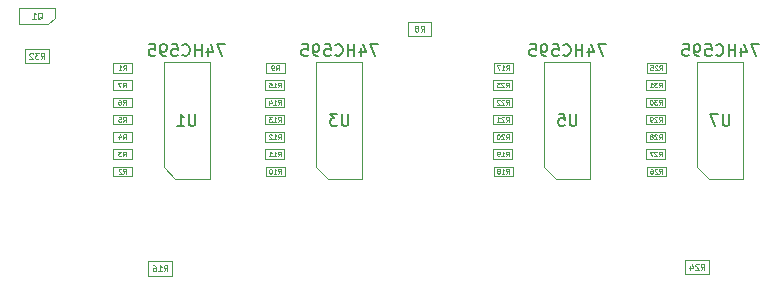
<source format=gbr>
G04 #@! TF.GenerationSoftware,KiCad,Pcbnew,(5.1.5)-2*
G04 #@! TF.CreationDate,2020-04-10T10:41:53+07:00*
G04 #@! TF.ProjectId,KIT_7SegLED_74HC595,4b49545f-3753-4656-974c-45445f373448,rev?*
G04 #@! TF.SameCoordinates,Original*
G04 #@! TF.FileFunction,Other,Fab,Bot*
%FSLAX46Y46*%
G04 Gerber Fmt 4.6, Leading zero omitted, Abs format (unit mm)*
G04 Created by KiCad (PCBNEW (5.1.5)-2) date 2020-04-10 10:41:53*
%MOMM*%
%LPD*%
G04 APERTURE LIST*
%ADD10C,0.100000*%
%ADD11C,0.060000*%
%ADD12C,0.150000*%
%ADD13C,0.080000*%
%ADD14C,0.075000*%
G04 APERTURE END LIST*
D10*
X144767400Y-38423900D02*
X144767400Y-39223900D01*
X144767400Y-39223900D02*
X146367400Y-39223900D01*
X146367400Y-39223900D02*
X146367400Y-38423900D01*
X146367400Y-38423900D02*
X144767400Y-38423900D01*
X146381400Y-37763400D02*
X146381400Y-36963400D01*
X146381400Y-36963400D02*
X144781400Y-36963400D01*
X144781400Y-36963400D02*
X144781400Y-37763400D01*
X144781400Y-37763400D02*
X146381400Y-37763400D01*
X146381400Y-45726400D02*
X144781400Y-45726400D01*
X146381400Y-46526400D02*
X146381400Y-45726400D01*
X144781400Y-46526400D02*
X146381400Y-46526400D01*
X144781400Y-45726400D02*
X144781400Y-46526400D01*
X144767400Y-44265900D02*
X144767400Y-45065900D01*
X144767400Y-45065900D02*
X146367400Y-45065900D01*
X146367400Y-45065900D02*
X146367400Y-44265900D01*
X146367400Y-44265900D02*
X144767400Y-44265900D01*
X146367400Y-42805400D02*
X144767400Y-42805400D01*
X146367400Y-43605400D02*
X146367400Y-42805400D01*
X144767400Y-43605400D02*
X146367400Y-43605400D01*
X144767400Y-42805400D02*
X144767400Y-43605400D01*
X144767400Y-41344900D02*
X144767400Y-42144900D01*
X144767400Y-42144900D02*
X146367400Y-42144900D01*
X146367400Y-42144900D02*
X146367400Y-41344900D01*
X146367400Y-41344900D02*
X144767400Y-41344900D01*
X146367400Y-39884400D02*
X144767400Y-39884400D01*
X146367400Y-40684400D02*
X146367400Y-39884400D01*
X144767400Y-40684400D02*
X146367400Y-40684400D01*
X144767400Y-39884400D02*
X144767400Y-40684400D01*
X149076900Y-45783400D02*
X150051900Y-46758400D01*
X149076900Y-36858400D02*
X149076900Y-45783400D01*
X152976900Y-36858400D02*
X149076900Y-36858400D01*
X152976900Y-46758400D02*
X152976900Y-36858400D01*
X150051900Y-46758400D02*
X152976900Y-46758400D01*
X157719101Y-37762799D02*
X159319101Y-37762799D01*
X157719101Y-36962799D02*
X157719101Y-37762799D01*
X159319101Y-36962799D02*
X157719101Y-36962799D01*
X159319101Y-37762799D02*
X159319101Y-36962799D01*
X157719101Y-45725799D02*
X157719101Y-46525799D01*
X157719101Y-46525799D02*
X159319101Y-46525799D01*
X159319101Y-46525799D02*
X159319101Y-45725799D01*
X159319101Y-45725799D02*
X157719101Y-45725799D01*
X159305101Y-44265299D02*
X157705101Y-44265299D01*
X159305101Y-45065299D02*
X159305101Y-44265299D01*
X157705101Y-45065299D02*
X159305101Y-45065299D01*
X157705101Y-44265299D02*
X157705101Y-45065299D01*
X157705101Y-42804799D02*
X157705101Y-43604799D01*
X157705101Y-43604799D02*
X159305101Y-43604799D01*
X159305101Y-43604799D02*
X159305101Y-42804799D01*
X159305101Y-42804799D02*
X157705101Y-42804799D01*
X159305101Y-41344299D02*
X157705101Y-41344299D01*
X159305101Y-42144299D02*
X159305101Y-41344299D01*
X157705101Y-42144299D02*
X159305101Y-42144299D01*
X157705101Y-41344299D02*
X157705101Y-42144299D01*
X157705101Y-39883799D02*
X157705101Y-40683799D01*
X157705101Y-40683799D02*
X159305101Y-40683799D01*
X159305101Y-40683799D02*
X159305101Y-39883799D01*
X159305101Y-39883799D02*
X157705101Y-39883799D01*
X159305101Y-38423299D02*
X157705101Y-38423299D01*
X159305101Y-39223299D02*
X159305101Y-38423299D01*
X157705101Y-39223299D02*
X159305101Y-39223299D01*
X157705101Y-38423299D02*
X157705101Y-39223299D01*
X162014601Y-45782799D02*
X162989601Y-46757799D01*
X162014601Y-36857799D02*
X162014601Y-45782799D01*
X165914601Y-36857799D02*
X162014601Y-36857799D01*
X165914601Y-46757799D02*
X165914601Y-36857799D01*
X162989601Y-46757799D02*
X165914601Y-46757799D01*
X177023101Y-37762799D02*
X178623101Y-37762799D01*
X177023101Y-36962799D02*
X177023101Y-37762799D01*
X178623101Y-36962799D02*
X177023101Y-36962799D01*
X178623101Y-37762799D02*
X178623101Y-36962799D01*
X177023101Y-45725799D02*
X177023101Y-46525799D01*
X177023101Y-46525799D02*
X178623101Y-46525799D01*
X178623101Y-46525799D02*
X178623101Y-45725799D01*
X178623101Y-45725799D02*
X177023101Y-45725799D01*
X178609101Y-44265299D02*
X177009101Y-44265299D01*
X178609101Y-45065299D02*
X178609101Y-44265299D01*
X177009101Y-45065299D02*
X178609101Y-45065299D01*
X177009101Y-44265299D02*
X177009101Y-45065299D01*
X177009101Y-42804799D02*
X177009101Y-43604799D01*
X177009101Y-43604799D02*
X178609101Y-43604799D01*
X178609101Y-43604799D02*
X178609101Y-42804799D01*
X178609101Y-42804799D02*
X177009101Y-42804799D01*
X178609101Y-41344299D02*
X177009101Y-41344299D01*
X178609101Y-42144299D02*
X178609101Y-41344299D01*
X177009101Y-42144299D02*
X178609101Y-42144299D01*
X177009101Y-41344299D02*
X177009101Y-42144299D01*
X177009101Y-39883799D02*
X177009101Y-40683799D01*
X177009101Y-40683799D02*
X178609101Y-40683799D01*
X178609101Y-40683799D02*
X178609101Y-39883799D01*
X178609101Y-39883799D02*
X177009101Y-39883799D01*
X178609101Y-38423299D02*
X177009101Y-38423299D01*
X178609101Y-39223299D02*
X178609101Y-38423299D01*
X177009101Y-39223299D02*
X178609101Y-39223299D01*
X177009101Y-38423299D02*
X177009101Y-39223299D01*
X191574001Y-37762799D02*
X191574001Y-36962799D01*
X191574001Y-36962799D02*
X189974001Y-36962799D01*
X189974001Y-36962799D02*
X189974001Y-37762799D01*
X189974001Y-37762799D02*
X191574001Y-37762799D01*
X191574001Y-45725799D02*
X189974001Y-45725799D01*
X191574001Y-46525799D02*
X191574001Y-45725799D01*
X189974001Y-46525799D02*
X191574001Y-46525799D01*
X189974001Y-45725799D02*
X189974001Y-46525799D01*
X189960001Y-44265299D02*
X189960001Y-45065299D01*
X189960001Y-45065299D02*
X191560001Y-45065299D01*
X191560001Y-45065299D02*
X191560001Y-44265299D01*
X191560001Y-44265299D02*
X189960001Y-44265299D01*
X191560001Y-42804799D02*
X189960001Y-42804799D01*
X191560001Y-43604799D02*
X191560001Y-42804799D01*
X189960001Y-43604799D02*
X191560001Y-43604799D01*
X189960001Y-42804799D02*
X189960001Y-43604799D01*
X189960001Y-41344299D02*
X189960001Y-42144299D01*
X189960001Y-42144299D02*
X191560001Y-42144299D01*
X191560001Y-42144299D02*
X191560001Y-41344299D01*
X191560001Y-41344299D02*
X189960001Y-41344299D01*
X191560001Y-39883799D02*
X189960001Y-39883799D01*
X191560001Y-40683799D02*
X191560001Y-39883799D01*
X189960001Y-40683799D02*
X191560001Y-40683799D01*
X189960001Y-39883799D02*
X189960001Y-40683799D01*
X189960001Y-38423299D02*
X189960001Y-39223299D01*
X189960001Y-39223299D02*
X191560001Y-39223299D01*
X191560001Y-39223299D02*
X191560001Y-38423299D01*
X191560001Y-38423299D02*
X189960001Y-38423299D01*
X181318601Y-45782799D02*
X182293601Y-46757799D01*
X181318601Y-36857799D02*
X181318601Y-45782799D01*
X185218601Y-36857799D02*
X181318601Y-36857799D01*
X185218601Y-46757799D02*
X185218601Y-36857799D01*
X182293601Y-46757799D02*
X185218601Y-46757799D01*
X195244501Y-46757799D02*
X198169501Y-46757799D01*
X198169501Y-46757799D02*
X198169501Y-36857799D01*
X198169501Y-36857799D02*
X194269501Y-36857799D01*
X194269501Y-36857799D02*
X194269501Y-45782799D01*
X194269501Y-45782799D02*
X195244501Y-46757799D01*
X171751500Y-33461400D02*
X169751500Y-33461400D01*
X171751500Y-34661400D02*
X171751500Y-33461400D01*
X169751500Y-34661400D02*
X171751500Y-34661400D01*
X169751500Y-33461400D02*
X169751500Y-34661400D01*
X139316500Y-33656500D02*
X136866500Y-33656500D01*
X139886500Y-33106500D02*
X139886500Y-32256500D01*
X139316500Y-33656500D02*
X139886500Y-33106500D01*
X139886500Y-32256500D02*
X136846500Y-32256500D01*
X136846500Y-33656500D02*
X136846500Y-32256500D01*
X149780500Y-54956000D02*
X149780500Y-53756000D01*
X149780500Y-53756000D02*
X147780500Y-53756000D01*
X147780500Y-53756000D02*
X147780500Y-54956000D01*
X147780500Y-54956000D02*
X149780500Y-54956000D01*
X195246500Y-53629000D02*
X193246500Y-53629000D01*
X195246500Y-54829000D02*
X195246500Y-53629000D01*
X193246500Y-54829000D02*
X195246500Y-54829000D01*
X193246500Y-53629000D02*
X193246500Y-54829000D01*
X139351500Y-36985500D02*
X139351500Y-35785500D01*
X139351500Y-35785500D02*
X137351500Y-35785500D01*
X137351500Y-35785500D02*
X137351500Y-36985500D01*
X137351500Y-36985500D02*
X139351500Y-36985500D01*
D11*
X145634066Y-39004852D02*
X145767400Y-38814376D01*
X145862638Y-39004852D02*
X145862638Y-38604852D01*
X145710257Y-38604852D01*
X145672161Y-38623900D01*
X145653114Y-38642947D01*
X145634066Y-38681042D01*
X145634066Y-38738185D01*
X145653114Y-38776280D01*
X145672161Y-38795328D01*
X145710257Y-38814376D01*
X145862638Y-38814376D01*
X145500733Y-38604852D02*
X145234066Y-38604852D01*
X145405495Y-39004852D01*
X145648066Y-37544352D02*
X145781400Y-37353876D01*
X145876638Y-37544352D02*
X145876638Y-37144352D01*
X145724257Y-37144352D01*
X145686161Y-37163400D01*
X145667114Y-37182447D01*
X145648066Y-37220542D01*
X145648066Y-37277685D01*
X145667114Y-37315780D01*
X145686161Y-37334828D01*
X145724257Y-37353876D01*
X145876638Y-37353876D01*
X145267114Y-37544352D02*
X145495685Y-37544352D01*
X145381400Y-37544352D02*
X145381400Y-37144352D01*
X145419495Y-37201495D01*
X145457590Y-37239590D01*
X145495685Y-37258638D01*
X145648066Y-46307352D02*
X145781400Y-46116876D01*
X145876638Y-46307352D02*
X145876638Y-45907352D01*
X145724257Y-45907352D01*
X145686161Y-45926400D01*
X145667114Y-45945447D01*
X145648066Y-45983542D01*
X145648066Y-46040685D01*
X145667114Y-46078780D01*
X145686161Y-46097828D01*
X145724257Y-46116876D01*
X145876638Y-46116876D01*
X145495685Y-45945447D02*
X145476638Y-45926400D01*
X145438542Y-45907352D01*
X145343304Y-45907352D01*
X145305209Y-45926400D01*
X145286161Y-45945447D01*
X145267114Y-45983542D01*
X145267114Y-46021638D01*
X145286161Y-46078780D01*
X145514733Y-46307352D01*
X145267114Y-46307352D01*
X145634066Y-44846852D02*
X145767400Y-44656376D01*
X145862638Y-44846852D02*
X145862638Y-44446852D01*
X145710257Y-44446852D01*
X145672161Y-44465900D01*
X145653114Y-44484947D01*
X145634066Y-44523042D01*
X145634066Y-44580185D01*
X145653114Y-44618280D01*
X145672161Y-44637328D01*
X145710257Y-44656376D01*
X145862638Y-44656376D01*
X145500733Y-44446852D02*
X145253114Y-44446852D01*
X145386447Y-44599233D01*
X145329304Y-44599233D01*
X145291209Y-44618280D01*
X145272161Y-44637328D01*
X145253114Y-44675423D01*
X145253114Y-44770661D01*
X145272161Y-44808757D01*
X145291209Y-44827804D01*
X145329304Y-44846852D01*
X145443590Y-44846852D01*
X145481685Y-44827804D01*
X145500733Y-44808757D01*
X145634066Y-43386352D02*
X145767400Y-43195876D01*
X145862638Y-43386352D02*
X145862638Y-42986352D01*
X145710257Y-42986352D01*
X145672161Y-43005400D01*
X145653114Y-43024447D01*
X145634066Y-43062542D01*
X145634066Y-43119685D01*
X145653114Y-43157780D01*
X145672161Y-43176828D01*
X145710257Y-43195876D01*
X145862638Y-43195876D01*
X145291209Y-43119685D02*
X145291209Y-43386352D01*
X145386447Y-42967304D02*
X145481685Y-43253019D01*
X145234066Y-43253019D01*
X145634066Y-41925852D02*
X145767400Y-41735376D01*
X145862638Y-41925852D02*
X145862638Y-41525852D01*
X145710257Y-41525852D01*
X145672161Y-41544900D01*
X145653114Y-41563947D01*
X145634066Y-41602042D01*
X145634066Y-41659185D01*
X145653114Y-41697280D01*
X145672161Y-41716328D01*
X145710257Y-41735376D01*
X145862638Y-41735376D01*
X145272161Y-41525852D02*
X145462638Y-41525852D01*
X145481685Y-41716328D01*
X145462638Y-41697280D01*
X145424542Y-41678233D01*
X145329304Y-41678233D01*
X145291209Y-41697280D01*
X145272161Y-41716328D01*
X145253114Y-41754423D01*
X145253114Y-41849661D01*
X145272161Y-41887757D01*
X145291209Y-41906804D01*
X145329304Y-41925852D01*
X145424542Y-41925852D01*
X145462638Y-41906804D01*
X145481685Y-41887757D01*
X145634066Y-40465352D02*
X145767400Y-40274876D01*
X145862638Y-40465352D02*
X145862638Y-40065352D01*
X145710257Y-40065352D01*
X145672161Y-40084400D01*
X145653114Y-40103447D01*
X145634066Y-40141542D01*
X145634066Y-40198685D01*
X145653114Y-40236780D01*
X145672161Y-40255828D01*
X145710257Y-40274876D01*
X145862638Y-40274876D01*
X145291209Y-40065352D02*
X145367400Y-40065352D01*
X145405495Y-40084400D01*
X145424542Y-40103447D01*
X145462638Y-40160590D01*
X145481685Y-40236780D01*
X145481685Y-40389161D01*
X145462638Y-40427257D01*
X145443590Y-40446304D01*
X145405495Y-40465352D01*
X145329304Y-40465352D01*
X145291209Y-40446304D01*
X145272161Y-40427257D01*
X145253114Y-40389161D01*
X145253114Y-40293923D01*
X145272161Y-40255828D01*
X145291209Y-40236780D01*
X145329304Y-40217733D01*
X145405495Y-40217733D01*
X145443590Y-40236780D01*
X145462638Y-40255828D01*
X145481685Y-40293923D01*
D12*
X154288804Y-35360780D02*
X153622138Y-35360780D01*
X154050709Y-36360780D01*
X152812614Y-35694114D02*
X152812614Y-36360780D01*
X153050709Y-35313161D02*
X153288804Y-36027447D01*
X152669757Y-36027447D01*
X152288804Y-36360780D02*
X152288804Y-35360780D01*
X152288804Y-35836971D02*
X151717376Y-35836971D01*
X151717376Y-36360780D02*
X151717376Y-35360780D01*
X150669757Y-36265542D02*
X150717376Y-36313161D01*
X150860233Y-36360780D01*
X150955471Y-36360780D01*
X151098328Y-36313161D01*
X151193566Y-36217923D01*
X151241185Y-36122685D01*
X151288804Y-35932209D01*
X151288804Y-35789352D01*
X151241185Y-35598876D01*
X151193566Y-35503638D01*
X151098328Y-35408400D01*
X150955471Y-35360780D01*
X150860233Y-35360780D01*
X150717376Y-35408400D01*
X150669757Y-35456019D01*
X149764995Y-35360780D02*
X150241185Y-35360780D01*
X150288804Y-35836971D01*
X150241185Y-35789352D01*
X150145947Y-35741733D01*
X149907852Y-35741733D01*
X149812614Y-35789352D01*
X149764995Y-35836971D01*
X149717376Y-35932209D01*
X149717376Y-36170304D01*
X149764995Y-36265542D01*
X149812614Y-36313161D01*
X149907852Y-36360780D01*
X150145947Y-36360780D01*
X150241185Y-36313161D01*
X150288804Y-36265542D01*
X149241185Y-36360780D02*
X149050709Y-36360780D01*
X148955471Y-36313161D01*
X148907852Y-36265542D01*
X148812614Y-36122685D01*
X148764995Y-35932209D01*
X148764995Y-35551257D01*
X148812614Y-35456019D01*
X148860233Y-35408400D01*
X148955471Y-35360780D01*
X149145947Y-35360780D01*
X149241185Y-35408400D01*
X149288804Y-35456019D01*
X149336423Y-35551257D01*
X149336423Y-35789352D01*
X149288804Y-35884590D01*
X149241185Y-35932209D01*
X149145947Y-35979828D01*
X148955471Y-35979828D01*
X148860233Y-35932209D01*
X148812614Y-35884590D01*
X148764995Y-35789352D01*
X147860233Y-35360780D02*
X148336423Y-35360780D01*
X148384042Y-35836971D01*
X148336423Y-35789352D01*
X148241185Y-35741733D01*
X148003090Y-35741733D01*
X147907852Y-35789352D01*
X147860233Y-35836971D01*
X147812614Y-35932209D01*
X147812614Y-36170304D01*
X147860233Y-36265542D01*
X147907852Y-36313161D01*
X148003090Y-36360780D01*
X148241185Y-36360780D01*
X148336423Y-36313161D01*
X148384042Y-36265542D01*
X151773566Y-41271733D02*
X151773566Y-42065066D01*
X151726900Y-42158400D01*
X151680233Y-42205066D01*
X151586900Y-42251733D01*
X151400233Y-42251733D01*
X151306900Y-42205066D01*
X151260233Y-42158400D01*
X151213566Y-42065066D01*
X151213566Y-41271733D01*
X150233566Y-42251733D02*
X150793566Y-42251733D01*
X150513566Y-42251733D02*
X150513566Y-41271733D01*
X150606900Y-41411733D01*
X150700233Y-41505066D01*
X150793566Y-41551733D01*
D11*
X158585767Y-37543751D02*
X158719101Y-37353275D01*
X158814339Y-37543751D02*
X158814339Y-37143751D01*
X158661958Y-37143751D01*
X158623862Y-37162799D01*
X158604815Y-37181846D01*
X158585767Y-37219941D01*
X158585767Y-37277084D01*
X158604815Y-37315179D01*
X158623862Y-37334227D01*
X158661958Y-37353275D01*
X158814339Y-37353275D01*
X158395291Y-37543751D02*
X158319101Y-37543751D01*
X158281005Y-37524703D01*
X158261958Y-37505656D01*
X158223862Y-37448513D01*
X158204815Y-37372322D01*
X158204815Y-37219941D01*
X158223862Y-37181846D01*
X158242910Y-37162799D01*
X158281005Y-37143751D01*
X158357196Y-37143751D01*
X158395291Y-37162799D01*
X158414339Y-37181846D01*
X158433386Y-37219941D01*
X158433386Y-37315179D01*
X158414339Y-37353275D01*
X158395291Y-37372322D01*
X158357196Y-37391370D01*
X158281005Y-37391370D01*
X158242910Y-37372322D01*
X158223862Y-37353275D01*
X158204815Y-37315179D01*
X158776243Y-46306751D02*
X158909577Y-46116275D01*
X159004815Y-46306751D02*
X159004815Y-45906751D01*
X158852434Y-45906751D01*
X158814339Y-45925799D01*
X158795291Y-45944846D01*
X158776243Y-45982941D01*
X158776243Y-46040084D01*
X158795291Y-46078179D01*
X158814339Y-46097227D01*
X158852434Y-46116275D01*
X159004815Y-46116275D01*
X158395291Y-46306751D02*
X158623862Y-46306751D01*
X158509577Y-46306751D02*
X158509577Y-45906751D01*
X158547672Y-45963894D01*
X158585767Y-46001989D01*
X158623862Y-46021037D01*
X158147672Y-45906751D02*
X158109577Y-45906751D01*
X158071481Y-45925799D01*
X158052434Y-45944846D01*
X158033386Y-45982941D01*
X158014339Y-46059132D01*
X158014339Y-46154370D01*
X158033386Y-46230560D01*
X158052434Y-46268656D01*
X158071481Y-46287703D01*
X158109577Y-46306751D01*
X158147672Y-46306751D01*
X158185767Y-46287703D01*
X158204815Y-46268656D01*
X158223862Y-46230560D01*
X158242910Y-46154370D01*
X158242910Y-46059132D01*
X158223862Y-45982941D01*
X158204815Y-45944846D01*
X158185767Y-45925799D01*
X158147672Y-45906751D01*
X158762243Y-44846251D02*
X158895577Y-44655775D01*
X158990815Y-44846251D02*
X158990815Y-44446251D01*
X158838434Y-44446251D01*
X158800339Y-44465299D01*
X158781291Y-44484346D01*
X158762243Y-44522441D01*
X158762243Y-44579584D01*
X158781291Y-44617679D01*
X158800339Y-44636727D01*
X158838434Y-44655775D01*
X158990815Y-44655775D01*
X158381291Y-44846251D02*
X158609862Y-44846251D01*
X158495577Y-44846251D02*
X158495577Y-44446251D01*
X158533672Y-44503394D01*
X158571767Y-44541489D01*
X158609862Y-44560537D01*
X158000339Y-44846251D02*
X158228910Y-44846251D01*
X158114624Y-44846251D02*
X158114624Y-44446251D01*
X158152720Y-44503394D01*
X158190815Y-44541489D01*
X158228910Y-44560537D01*
X158762243Y-43385751D02*
X158895577Y-43195275D01*
X158990815Y-43385751D02*
X158990815Y-42985751D01*
X158838434Y-42985751D01*
X158800339Y-43004799D01*
X158781291Y-43023846D01*
X158762243Y-43061941D01*
X158762243Y-43119084D01*
X158781291Y-43157179D01*
X158800339Y-43176227D01*
X158838434Y-43195275D01*
X158990815Y-43195275D01*
X158381291Y-43385751D02*
X158609862Y-43385751D01*
X158495577Y-43385751D02*
X158495577Y-42985751D01*
X158533672Y-43042894D01*
X158571767Y-43080989D01*
X158609862Y-43100037D01*
X158228910Y-43023846D02*
X158209862Y-43004799D01*
X158171767Y-42985751D01*
X158076529Y-42985751D01*
X158038434Y-43004799D01*
X158019386Y-43023846D01*
X158000339Y-43061941D01*
X158000339Y-43100037D01*
X158019386Y-43157179D01*
X158247958Y-43385751D01*
X158000339Y-43385751D01*
X158762243Y-41925251D02*
X158895577Y-41734775D01*
X158990815Y-41925251D02*
X158990815Y-41525251D01*
X158838434Y-41525251D01*
X158800339Y-41544299D01*
X158781291Y-41563346D01*
X158762243Y-41601441D01*
X158762243Y-41658584D01*
X158781291Y-41696679D01*
X158800339Y-41715727D01*
X158838434Y-41734775D01*
X158990815Y-41734775D01*
X158381291Y-41925251D02*
X158609862Y-41925251D01*
X158495577Y-41925251D02*
X158495577Y-41525251D01*
X158533672Y-41582394D01*
X158571767Y-41620489D01*
X158609862Y-41639537D01*
X158247958Y-41525251D02*
X158000339Y-41525251D01*
X158133672Y-41677632D01*
X158076529Y-41677632D01*
X158038434Y-41696679D01*
X158019386Y-41715727D01*
X158000339Y-41753822D01*
X158000339Y-41849060D01*
X158019386Y-41887156D01*
X158038434Y-41906203D01*
X158076529Y-41925251D01*
X158190815Y-41925251D01*
X158228910Y-41906203D01*
X158247958Y-41887156D01*
X158762243Y-40464751D02*
X158895577Y-40274275D01*
X158990815Y-40464751D02*
X158990815Y-40064751D01*
X158838434Y-40064751D01*
X158800339Y-40083799D01*
X158781291Y-40102846D01*
X158762243Y-40140941D01*
X158762243Y-40198084D01*
X158781291Y-40236179D01*
X158800339Y-40255227D01*
X158838434Y-40274275D01*
X158990815Y-40274275D01*
X158381291Y-40464751D02*
X158609862Y-40464751D01*
X158495577Y-40464751D02*
X158495577Y-40064751D01*
X158533672Y-40121894D01*
X158571767Y-40159989D01*
X158609862Y-40179037D01*
X158038434Y-40198084D02*
X158038434Y-40464751D01*
X158133672Y-40045703D02*
X158228910Y-40331418D01*
X157981291Y-40331418D01*
X158762243Y-39004251D02*
X158895577Y-38813775D01*
X158990815Y-39004251D02*
X158990815Y-38604251D01*
X158838434Y-38604251D01*
X158800339Y-38623299D01*
X158781291Y-38642346D01*
X158762243Y-38680441D01*
X158762243Y-38737584D01*
X158781291Y-38775679D01*
X158800339Y-38794727D01*
X158838434Y-38813775D01*
X158990815Y-38813775D01*
X158381291Y-39004251D02*
X158609862Y-39004251D01*
X158495577Y-39004251D02*
X158495577Y-38604251D01*
X158533672Y-38661394D01*
X158571767Y-38699489D01*
X158609862Y-38718537D01*
X158019386Y-38604251D02*
X158209862Y-38604251D01*
X158228910Y-38794727D01*
X158209862Y-38775679D01*
X158171767Y-38756632D01*
X158076529Y-38756632D01*
X158038434Y-38775679D01*
X158019386Y-38794727D01*
X158000339Y-38832822D01*
X158000339Y-38928060D01*
X158019386Y-38966156D01*
X158038434Y-38985203D01*
X158076529Y-39004251D01*
X158171767Y-39004251D01*
X158209862Y-38985203D01*
X158228910Y-38966156D01*
D12*
X167226505Y-35360179D02*
X166559839Y-35360179D01*
X166988410Y-36360179D01*
X165750315Y-35693513D02*
X165750315Y-36360179D01*
X165988410Y-35312560D02*
X166226505Y-36026846D01*
X165607458Y-36026846D01*
X165226505Y-36360179D02*
X165226505Y-35360179D01*
X165226505Y-35836370D02*
X164655077Y-35836370D01*
X164655077Y-36360179D02*
X164655077Y-35360179D01*
X163607458Y-36264941D02*
X163655077Y-36312560D01*
X163797934Y-36360179D01*
X163893172Y-36360179D01*
X164036029Y-36312560D01*
X164131267Y-36217322D01*
X164178886Y-36122084D01*
X164226505Y-35931608D01*
X164226505Y-35788751D01*
X164178886Y-35598275D01*
X164131267Y-35503037D01*
X164036029Y-35407799D01*
X163893172Y-35360179D01*
X163797934Y-35360179D01*
X163655077Y-35407799D01*
X163607458Y-35455418D01*
X162702696Y-35360179D02*
X163178886Y-35360179D01*
X163226505Y-35836370D01*
X163178886Y-35788751D01*
X163083648Y-35741132D01*
X162845553Y-35741132D01*
X162750315Y-35788751D01*
X162702696Y-35836370D01*
X162655077Y-35931608D01*
X162655077Y-36169703D01*
X162702696Y-36264941D01*
X162750315Y-36312560D01*
X162845553Y-36360179D01*
X163083648Y-36360179D01*
X163178886Y-36312560D01*
X163226505Y-36264941D01*
X162178886Y-36360179D02*
X161988410Y-36360179D01*
X161893172Y-36312560D01*
X161845553Y-36264941D01*
X161750315Y-36122084D01*
X161702696Y-35931608D01*
X161702696Y-35550656D01*
X161750315Y-35455418D01*
X161797934Y-35407799D01*
X161893172Y-35360179D01*
X162083648Y-35360179D01*
X162178886Y-35407799D01*
X162226505Y-35455418D01*
X162274124Y-35550656D01*
X162274124Y-35788751D01*
X162226505Y-35883989D01*
X162178886Y-35931608D01*
X162083648Y-35979227D01*
X161893172Y-35979227D01*
X161797934Y-35931608D01*
X161750315Y-35883989D01*
X161702696Y-35788751D01*
X160797934Y-35360179D02*
X161274124Y-35360179D01*
X161321743Y-35836370D01*
X161274124Y-35788751D01*
X161178886Y-35741132D01*
X160940791Y-35741132D01*
X160845553Y-35788751D01*
X160797934Y-35836370D01*
X160750315Y-35931608D01*
X160750315Y-36169703D01*
X160797934Y-36264941D01*
X160845553Y-36312560D01*
X160940791Y-36360179D01*
X161178886Y-36360179D01*
X161274124Y-36312560D01*
X161321743Y-36264941D01*
X164711267Y-41271132D02*
X164711267Y-42064465D01*
X164664601Y-42157799D01*
X164617934Y-42204465D01*
X164524601Y-42251132D01*
X164337934Y-42251132D01*
X164244601Y-42204465D01*
X164197934Y-42157799D01*
X164151267Y-42064465D01*
X164151267Y-41271132D01*
X163777934Y-41271132D02*
X163171267Y-41271132D01*
X163497934Y-41644465D01*
X163357934Y-41644465D01*
X163264601Y-41691132D01*
X163217934Y-41737799D01*
X163171267Y-41831132D01*
X163171267Y-42064465D01*
X163217934Y-42157799D01*
X163264601Y-42204465D01*
X163357934Y-42251132D01*
X163637934Y-42251132D01*
X163731267Y-42204465D01*
X163777934Y-42157799D01*
D11*
X178080243Y-37543751D02*
X178213577Y-37353275D01*
X178308815Y-37543751D02*
X178308815Y-37143751D01*
X178156434Y-37143751D01*
X178118339Y-37162799D01*
X178099291Y-37181846D01*
X178080243Y-37219941D01*
X178080243Y-37277084D01*
X178099291Y-37315179D01*
X178118339Y-37334227D01*
X178156434Y-37353275D01*
X178308815Y-37353275D01*
X177699291Y-37543751D02*
X177927862Y-37543751D01*
X177813577Y-37543751D02*
X177813577Y-37143751D01*
X177851672Y-37200894D01*
X177889767Y-37238989D01*
X177927862Y-37258037D01*
X177565958Y-37143751D02*
X177299291Y-37143751D01*
X177470720Y-37543751D01*
X178080243Y-46306751D02*
X178213577Y-46116275D01*
X178308815Y-46306751D02*
X178308815Y-45906751D01*
X178156434Y-45906751D01*
X178118339Y-45925799D01*
X178099291Y-45944846D01*
X178080243Y-45982941D01*
X178080243Y-46040084D01*
X178099291Y-46078179D01*
X178118339Y-46097227D01*
X178156434Y-46116275D01*
X178308815Y-46116275D01*
X177699291Y-46306751D02*
X177927862Y-46306751D01*
X177813577Y-46306751D02*
X177813577Y-45906751D01*
X177851672Y-45963894D01*
X177889767Y-46001989D01*
X177927862Y-46021037D01*
X177470720Y-46078179D02*
X177508815Y-46059132D01*
X177527862Y-46040084D01*
X177546910Y-46001989D01*
X177546910Y-45982941D01*
X177527862Y-45944846D01*
X177508815Y-45925799D01*
X177470720Y-45906751D01*
X177394529Y-45906751D01*
X177356434Y-45925799D01*
X177337386Y-45944846D01*
X177318339Y-45982941D01*
X177318339Y-46001989D01*
X177337386Y-46040084D01*
X177356434Y-46059132D01*
X177394529Y-46078179D01*
X177470720Y-46078179D01*
X177508815Y-46097227D01*
X177527862Y-46116275D01*
X177546910Y-46154370D01*
X177546910Y-46230560D01*
X177527862Y-46268656D01*
X177508815Y-46287703D01*
X177470720Y-46306751D01*
X177394529Y-46306751D01*
X177356434Y-46287703D01*
X177337386Y-46268656D01*
X177318339Y-46230560D01*
X177318339Y-46154370D01*
X177337386Y-46116275D01*
X177356434Y-46097227D01*
X177394529Y-46078179D01*
X178066243Y-44846251D02*
X178199577Y-44655775D01*
X178294815Y-44846251D02*
X178294815Y-44446251D01*
X178142434Y-44446251D01*
X178104339Y-44465299D01*
X178085291Y-44484346D01*
X178066243Y-44522441D01*
X178066243Y-44579584D01*
X178085291Y-44617679D01*
X178104339Y-44636727D01*
X178142434Y-44655775D01*
X178294815Y-44655775D01*
X177685291Y-44846251D02*
X177913862Y-44846251D01*
X177799577Y-44846251D02*
X177799577Y-44446251D01*
X177837672Y-44503394D01*
X177875767Y-44541489D01*
X177913862Y-44560537D01*
X177494815Y-44846251D02*
X177418624Y-44846251D01*
X177380529Y-44827203D01*
X177361481Y-44808156D01*
X177323386Y-44751013D01*
X177304339Y-44674822D01*
X177304339Y-44522441D01*
X177323386Y-44484346D01*
X177342434Y-44465299D01*
X177380529Y-44446251D01*
X177456720Y-44446251D01*
X177494815Y-44465299D01*
X177513862Y-44484346D01*
X177532910Y-44522441D01*
X177532910Y-44617679D01*
X177513862Y-44655775D01*
X177494815Y-44674822D01*
X177456720Y-44693870D01*
X177380529Y-44693870D01*
X177342434Y-44674822D01*
X177323386Y-44655775D01*
X177304339Y-44617679D01*
X178066243Y-43385751D02*
X178199577Y-43195275D01*
X178294815Y-43385751D02*
X178294815Y-42985751D01*
X178142434Y-42985751D01*
X178104339Y-43004799D01*
X178085291Y-43023846D01*
X178066243Y-43061941D01*
X178066243Y-43119084D01*
X178085291Y-43157179D01*
X178104339Y-43176227D01*
X178142434Y-43195275D01*
X178294815Y-43195275D01*
X177913862Y-43023846D02*
X177894815Y-43004799D01*
X177856720Y-42985751D01*
X177761481Y-42985751D01*
X177723386Y-43004799D01*
X177704339Y-43023846D01*
X177685291Y-43061941D01*
X177685291Y-43100037D01*
X177704339Y-43157179D01*
X177932910Y-43385751D01*
X177685291Y-43385751D01*
X177437672Y-42985751D02*
X177399577Y-42985751D01*
X177361481Y-43004799D01*
X177342434Y-43023846D01*
X177323386Y-43061941D01*
X177304339Y-43138132D01*
X177304339Y-43233370D01*
X177323386Y-43309560D01*
X177342434Y-43347656D01*
X177361481Y-43366703D01*
X177399577Y-43385751D01*
X177437672Y-43385751D01*
X177475767Y-43366703D01*
X177494815Y-43347656D01*
X177513862Y-43309560D01*
X177532910Y-43233370D01*
X177532910Y-43138132D01*
X177513862Y-43061941D01*
X177494815Y-43023846D01*
X177475767Y-43004799D01*
X177437672Y-42985751D01*
X178066243Y-41925251D02*
X178199577Y-41734775D01*
X178294815Y-41925251D02*
X178294815Y-41525251D01*
X178142434Y-41525251D01*
X178104339Y-41544299D01*
X178085291Y-41563346D01*
X178066243Y-41601441D01*
X178066243Y-41658584D01*
X178085291Y-41696679D01*
X178104339Y-41715727D01*
X178142434Y-41734775D01*
X178294815Y-41734775D01*
X177913862Y-41563346D02*
X177894815Y-41544299D01*
X177856720Y-41525251D01*
X177761481Y-41525251D01*
X177723386Y-41544299D01*
X177704339Y-41563346D01*
X177685291Y-41601441D01*
X177685291Y-41639537D01*
X177704339Y-41696679D01*
X177932910Y-41925251D01*
X177685291Y-41925251D01*
X177304339Y-41925251D02*
X177532910Y-41925251D01*
X177418624Y-41925251D02*
X177418624Y-41525251D01*
X177456720Y-41582394D01*
X177494815Y-41620489D01*
X177532910Y-41639537D01*
X178066243Y-40464751D02*
X178199577Y-40274275D01*
X178294815Y-40464751D02*
X178294815Y-40064751D01*
X178142434Y-40064751D01*
X178104339Y-40083799D01*
X178085291Y-40102846D01*
X178066243Y-40140941D01*
X178066243Y-40198084D01*
X178085291Y-40236179D01*
X178104339Y-40255227D01*
X178142434Y-40274275D01*
X178294815Y-40274275D01*
X177913862Y-40102846D02*
X177894815Y-40083799D01*
X177856720Y-40064751D01*
X177761481Y-40064751D01*
X177723386Y-40083799D01*
X177704339Y-40102846D01*
X177685291Y-40140941D01*
X177685291Y-40179037D01*
X177704339Y-40236179D01*
X177932910Y-40464751D01*
X177685291Y-40464751D01*
X177532910Y-40102846D02*
X177513862Y-40083799D01*
X177475767Y-40064751D01*
X177380529Y-40064751D01*
X177342434Y-40083799D01*
X177323386Y-40102846D01*
X177304339Y-40140941D01*
X177304339Y-40179037D01*
X177323386Y-40236179D01*
X177551958Y-40464751D01*
X177304339Y-40464751D01*
X178066243Y-39004251D02*
X178199577Y-38813775D01*
X178294815Y-39004251D02*
X178294815Y-38604251D01*
X178142434Y-38604251D01*
X178104339Y-38623299D01*
X178085291Y-38642346D01*
X178066243Y-38680441D01*
X178066243Y-38737584D01*
X178085291Y-38775679D01*
X178104339Y-38794727D01*
X178142434Y-38813775D01*
X178294815Y-38813775D01*
X177913862Y-38642346D02*
X177894815Y-38623299D01*
X177856720Y-38604251D01*
X177761481Y-38604251D01*
X177723386Y-38623299D01*
X177704339Y-38642346D01*
X177685291Y-38680441D01*
X177685291Y-38718537D01*
X177704339Y-38775679D01*
X177932910Y-39004251D01*
X177685291Y-39004251D01*
X177551958Y-38604251D02*
X177304339Y-38604251D01*
X177437672Y-38756632D01*
X177380529Y-38756632D01*
X177342434Y-38775679D01*
X177323386Y-38794727D01*
X177304339Y-38832822D01*
X177304339Y-38928060D01*
X177323386Y-38966156D01*
X177342434Y-38985203D01*
X177380529Y-39004251D01*
X177494815Y-39004251D01*
X177532910Y-38985203D01*
X177551958Y-38966156D01*
X191031143Y-37543751D02*
X191164477Y-37353275D01*
X191259715Y-37543751D02*
X191259715Y-37143751D01*
X191107334Y-37143751D01*
X191069239Y-37162799D01*
X191050191Y-37181846D01*
X191031143Y-37219941D01*
X191031143Y-37277084D01*
X191050191Y-37315179D01*
X191069239Y-37334227D01*
X191107334Y-37353275D01*
X191259715Y-37353275D01*
X190878762Y-37181846D02*
X190859715Y-37162799D01*
X190821620Y-37143751D01*
X190726381Y-37143751D01*
X190688286Y-37162799D01*
X190669239Y-37181846D01*
X190650191Y-37219941D01*
X190650191Y-37258037D01*
X190669239Y-37315179D01*
X190897810Y-37543751D01*
X190650191Y-37543751D01*
X190288286Y-37143751D02*
X190478762Y-37143751D01*
X190497810Y-37334227D01*
X190478762Y-37315179D01*
X190440667Y-37296132D01*
X190345429Y-37296132D01*
X190307334Y-37315179D01*
X190288286Y-37334227D01*
X190269239Y-37372322D01*
X190269239Y-37467560D01*
X190288286Y-37505656D01*
X190307334Y-37524703D01*
X190345429Y-37543751D01*
X190440667Y-37543751D01*
X190478762Y-37524703D01*
X190497810Y-37505656D01*
X191031143Y-46306751D02*
X191164477Y-46116275D01*
X191259715Y-46306751D02*
X191259715Y-45906751D01*
X191107334Y-45906751D01*
X191069239Y-45925799D01*
X191050191Y-45944846D01*
X191031143Y-45982941D01*
X191031143Y-46040084D01*
X191050191Y-46078179D01*
X191069239Y-46097227D01*
X191107334Y-46116275D01*
X191259715Y-46116275D01*
X190878762Y-45944846D02*
X190859715Y-45925799D01*
X190821620Y-45906751D01*
X190726381Y-45906751D01*
X190688286Y-45925799D01*
X190669239Y-45944846D01*
X190650191Y-45982941D01*
X190650191Y-46021037D01*
X190669239Y-46078179D01*
X190897810Y-46306751D01*
X190650191Y-46306751D01*
X190307334Y-45906751D02*
X190383524Y-45906751D01*
X190421620Y-45925799D01*
X190440667Y-45944846D01*
X190478762Y-46001989D01*
X190497810Y-46078179D01*
X190497810Y-46230560D01*
X190478762Y-46268656D01*
X190459715Y-46287703D01*
X190421620Y-46306751D01*
X190345429Y-46306751D01*
X190307334Y-46287703D01*
X190288286Y-46268656D01*
X190269239Y-46230560D01*
X190269239Y-46135322D01*
X190288286Y-46097227D01*
X190307334Y-46078179D01*
X190345429Y-46059132D01*
X190421620Y-46059132D01*
X190459715Y-46078179D01*
X190478762Y-46097227D01*
X190497810Y-46135322D01*
X191017143Y-44846251D02*
X191150477Y-44655775D01*
X191245715Y-44846251D02*
X191245715Y-44446251D01*
X191093334Y-44446251D01*
X191055239Y-44465299D01*
X191036191Y-44484346D01*
X191017143Y-44522441D01*
X191017143Y-44579584D01*
X191036191Y-44617679D01*
X191055239Y-44636727D01*
X191093334Y-44655775D01*
X191245715Y-44655775D01*
X190864762Y-44484346D02*
X190845715Y-44465299D01*
X190807620Y-44446251D01*
X190712381Y-44446251D01*
X190674286Y-44465299D01*
X190655239Y-44484346D01*
X190636191Y-44522441D01*
X190636191Y-44560537D01*
X190655239Y-44617679D01*
X190883810Y-44846251D01*
X190636191Y-44846251D01*
X190502858Y-44446251D02*
X190236191Y-44446251D01*
X190407620Y-44846251D01*
X191017143Y-43385751D02*
X191150477Y-43195275D01*
X191245715Y-43385751D02*
X191245715Y-42985751D01*
X191093334Y-42985751D01*
X191055239Y-43004799D01*
X191036191Y-43023846D01*
X191017143Y-43061941D01*
X191017143Y-43119084D01*
X191036191Y-43157179D01*
X191055239Y-43176227D01*
X191093334Y-43195275D01*
X191245715Y-43195275D01*
X190864762Y-43023846D02*
X190845715Y-43004799D01*
X190807620Y-42985751D01*
X190712381Y-42985751D01*
X190674286Y-43004799D01*
X190655239Y-43023846D01*
X190636191Y-43061941D01*
X190636191Y-43100037D01*
X190655239Y-43157179D01*
X190883810Y-43385751D01*
X190636191Y-43385751D01*
X190407620Y-43157179D02*
X190445715Y-43138132D01*
X190464762Y-43119084D01*
X190483810Y-43080989D01*
X190483810Y-43061941D01*
X190464762Y-43023846D01*
X190445715Y-43004799D01*
X190407620Y-42985751D01*
X190331429Y-42985751D01*
X190293334Y-43004799D01*
X190274286Y-43023846D01*
X190255239Y-43061941D01*
X190255239Y-43080989D01*
X190274286Y-43119084D01*
X190293334Y-43138132D01*
X190331429Y-43157179D01*
X190407620Y-43157179D01*
X190445715Y-43176227D01*
X190464762Y-43195275D01*
X190483810Y-43233370D01*
X190483810Y-43309560D01*
X190464762Y-43347656D01*
X190445715Y-43366703D01*
X190407620Y-43385751D01*
X190331429Y-43385751D01*
X190293334Y-43366703D01*
X190274286Y-43347656D01*
X190255239Y-43309560D01*
X190255239Y-43233370D01*
X190274286Y-43195275D01*
X190293334Y-43176227D01*
X190331429Y-43157179D01*
X191017143Y-41925251D02*
X191150477Y-41734775D01*
X191245715Y-41925251D02*
X191245715Y-41525251D01*
X191093334Y-41525251D01*
X191055239Y-41544299D01*
X191036191Y-41563346D01*
X191017143Y-41601441D01*
X191017143Y-41658584D01*
X191036191Y-41696679D01*
X191055239Y-41715727D01*
X191093334Y-41734775D01*
X191245715Y-41734775D01*
X190864762Y-41563346D02*
X190845715Y-41544299D01*
X190807620Y-41525251D01*
X190712381Y-41525251D01*
X190674286Y-41544299D01*
X190655239Y-41563346D01*
X190636191Y-41601441D01*
X190636191Y-41639537D01*
X190655239Y-41696679D01*
X190883810Y-41925251D01*
X190636191Y-41925251D01*
X190445715Y-41925251D02*
X190369524Y-41925251D01*
X190331429Y-41906203D01*
X190312381Y-41887156D01*
X190274286Y-41830013D01*
X190255239Y-41753822D01*
X190255239Y-41601441D01*
X190274286Y-41563346D01*
X190293334Y-41544299D01*
X190331429Y-41525251D01*
X190407620Y-41525251D01*
X190445715Y-41544299D01*
X190464762Y-41563346D01*
X190483810Y-41601441D01*
X190483810Y-41696679D01*
X190464762Y-41734775D01*
X190445715Y-41753822D01*
X190407620Y-41772870D01*
X190331429Y-41772870D01*
X190293334Y-41753822D01*
X190274286Y-41734775D01*
X190255239Y-41696679D01*
X191017143Y-40464751D02*
X191150477Y-40274275D01*
X191245715Y-40464751D02*
X191245715Y-40064751D01*
X191093334Y-40064751D01*
X191055239Y-40083799D01*
X191036191Y-40102846D01*
X191017143Y-40140941D01*
X191017143Y-40198084D01*
X191036191Y-40236179D01*
X191055239Y-40255227D01*
X191093334Y-40274275D01*
X191245715Y-40274275D01*
X190883810Y-40064751D02*
X190636191Y-40064751D01*
X190769524Y-40217132D01*
X190712381Y-40217132D01*
X190674286Y-40236179D01*
X190655239Y-40255227D01*
X190636191Y-40293322D01*
X190636191Y-40388560D01*
X190655239Y-40426656D01*
X190674286Y-40445703D01*
X190712381Y-40464751D01*
X190826667Y-40464751D01*
X190864762Y-40445703D01*
X190883810Y-40426656D01*
X190388572Y-40064751D02*
X190350477Y-40064751D01*
X190312381Y-40083799D01*
X190293334Y-40102846D01*
X190274286Y-40140941D01*
X190255239Y-40217132D01*
X190255239Y-40312370D01*
X190274286Y-40388560D01*
X190293334Y-40426656D01*
X190312381Y-40445703D01*
X190350477Y-40464751D01*
X190388572Y-40464751D01*
X190426667Y-40445703D01*
X190445715Y-40426656D01*
X190464762Y-40388560D01*
X190483810Y-40312370D01*
X190483810Y-40217132D01*
X190464762Y-40140941D01*
X190445715Y-40102846D01*
X190426667Y-40083799D01*
X190388572Y-40064751D01*
X191017143Y-39004251D02*
X191150477Y-38813775D01*
X191245715Y-39004251D02*
X191245715Y-38604251D01*
X191093334Y-38604251D01*
X191055239Y-38623299D01*
X191036191Y-38642346D01*
X191017143Y-38680441D01*
X191017143Y-38737584D01*
X191036191Y-38775679D01*
X191055239Y-38794727D01*
X191093334Y-38813775D01*
X191245715Y-38813775D01*
X190883810Y-38604251D02*
X190636191Y-38604251D01*
X190769524Y-38756632D01*
X190712381Y-38756632D01*
X190674286Y-38775679D01*
X190655239Y-38794727D01*
X190636191Y-38832822D01*
X190636191Y-38928060D01*
X190655239Y-38966156D01*
X190674286Y-38985203D01*
X190712381Y-39004251D01*
X190826667Y-39004251D01*
X190864762Y-38985203D01*
X190883810Y-38966156D01*
X190255239Y-39004251D02*
X190483810Y-39004251D01*
X190369524Y-39004251D02*
X190369524Y-38604251D01*
X190407620Y-38661394D01*
X190445715Y-38699489D01*
X190483810Y-38718537D01*
D12*
X186530505Y-35360179D02*
X185863839Y-35360179D01*
X186292410Y-36360179D01*
X185054315Y-35693513D02*
X185054315Y-36360179D01*
X185292410Y-35312560D02*
X185530505Y-36026846D01*
X184911458Y-36026846D01*
X184530505Y-36360179D02*
X184530505Y-35360179D01*
X184530505Y-35836370D02*
X183959077Y-35836370D01*
X183959077Y-36360179D02*
X183959077Y-35360179D01*
X182911458Y-36264941D02*
X182959077Y-36312560D01*
X183101934Y-36360179D01*
X183197172Y-36360179D01*
X183340029Y-36312560D01*
X183435267Y-36217322D01*
X183482886Y-36122084D01*
X183530505Y-35931608D01*
X183530505Y-35788751D01*
X183482886Y-35598275D01*
X183435267Y-35503037D01*
X183340029Y-35407799D01*
X183197172Y-35360179D01*
X183101934Y-35360179D01*
X182959077Y-35407799D01*
X182911458Y-35455418D01*
X182006696Y-35360179D02*
X182482886Y-35360179D01*
X182530505Y-35836370D01*
X182482886Y-35788751D01*
X182387648Y-35741132D01*
X182149553Y-35741132D01*
X182054315Y-35788751D01*
X182006696Y-35836370D01*
X181959077Y-35931608D01*
X181959077Y-36169703D01*
X182006696Y-36264941D01*
X182054315Y-36312560D01*
X182149553Y-36360179D01*
X182387648Y-36360179D01*
X182482886Y-36312560D01*
X182530505Y-36264941D01*
X181482886Y-36360179D02*
X181292410Y-36360179D01*
X181197172Y-36312560D01*
X181149553Y-36264941D01*
X181054315Y-36122084D01*
X181006696Y-35931608D01*
X181006696Y-35550656D01*
X181054315Y-35455418D01*
X181101934Y-35407799D01*
X181197172Y-35360179D01*
X181387648Y-35360179D01*
X181482886Y-35407799D01*
X181530505Y-35455418D01*
X181578124Y-35550656D01*
X181578124Y-35788751D01*
X181530505Y-35883989D01*
X181482886Y-35931608D01*
X181387648Y-35979227D01*
X181197172Y-35979227D01*
X181101934Y-35931608D01*
X181054315Y-35883989D01*
X181006696Y-35788751D01*
X180101934Y-35360179D02*
X180578124Y-35360179D01*
X180625743Y-35836370D01*
X180578124Y-35788751D01*
X180482886Y-35741132D01*
X180244791Y-35741132D01*
X180149553Y-35788751D01*
X180101934Y-35836370D01*
X180054315Y-35931608D01*
X180054315Y-36169703D01*
X180101934Y-36264941D01*
X180149553Y-36312560D01*
X180244791Y-36360179D01*
X180482886Y-36360179D01*
X180578124Y-36312560D01*
X180625743Y-36264941D01*
X184015267Y-41271132D02*
X184015267Y-42064465D01*
X183968601Y-42157799D01*
X183921934Y-42204465D01*
X183828601Y-42251132D01*
X183641934Y-42251132D01*
X183548601Y-42204465D01*
X183501934Y-42157799D01*
X183455267Y-42064465D01*
X183455267Y-41271132D01*
X182521934Y-41271132D02*
X182988601Y-41271132D01*
X183035267Y-41737799D01*
X182988601Y-41691132D01*
X182895267Y-41644465D01*
X182661934Y-41644465D01*
X182568601Y-41691132D01*
X182521934Y-41737799D01*
X182475267Y-41831132D01*
X182475267Y-42064465D01*
X182521934Y-42157799D01*
X182568601Y-42204465D01*
X182661934Y-42251132D01*
X182895267Y-42251132D01*
X182988601Y-42204465D01*
X183035267Y-42157799D01*
X199481405Y-35360179D02*
X198814739Y-35360179D01*
X199243310Y-36360179D01*
X198005215Y-35693513D02*
X198005215Y-36360179D01*
X198243310Y-35312560D02*
X198481405Y-36026846D01*
X197862358Y-36026846D01*
X197481405Y-36360179D02*
X197481405Y-35360179D01*
X197481405Y-35836370D02*
X196909977Y-35836370D01*
X196909977Y-36360179D02*
X196909977Y-35360179D01*
X195862358Y-36264941D02*
X195909977Y-36312560D01*
X196052834Y-36360179D01*
X196148072Y-36360179D01*
X196290929Y-36312560D01*
X196386167Y-36217322D01*
X196433786Y-36122084D01*
X196481405Y-35931608D01*
X196481405Y-35788751D01*
X196433786Y-35598275D01*
X196386167Y-35503037D01*
X196290929Y-35407799D01*
X196148072Y-35360179D01*
X196052834Y-35360179D01*
X195909977Y-35407799D01*
X195862358Y-35455418D01*
X194957596Y-35360179D02*
X195433786Y-35360179D01*
X195481405Y-35836370D01*
X195433786Y-35788751D01*
X195338548Y-35741132D01*
X195100453Y-35741132D01*
X195005215Y-35788751D01*
X194957596Y-35836370D01*
X194909977Y-35931608D01*
X194909977Y-36169703D01*
X194957596Y-36264941D01*
X195005215Y-36312560D01*
X195100453Y-36360179D01*
X195338548Y-36360179D01*
X195433786Y-36312560D01*
X195481405Y-36264941D01*
X194433786Y-36360179D02*
X194243310Y-36360179D01*
X194148072Y-36312560D01*
X194100453Y-36264941D01*
X194005215Y-36122084D01*
X193957596Y-35931608D01*
X193957596Y-35550656D01*
X194005215Y-35455418D01*
X194052834Y-35407799D01*
X194148072Y-35360179D01*
X194338548Y-35360179D01*
X194433786Y-35407799D01*
X194481405Y-35455418D01*
X194529024Y-35550656D01*
X194529024Y-35788751D01*
X194481405Y-35883989D01*
X194433786Y-35931608D01*
X194338548Y-35979227D01*
X194148072Y-35979227D01*
X194052834Y-35931608D01*
X194005215Y-35883989D01*
X193957596Y-35788751D01*
X193052834Y-35360179D02*
X193529024Y-35360179D01*
X193576643Y-35836370D01*
X193529024Y-35788751D01*
X193433786Y-35741132D01*
X193195691Y-35741132D01*
X193100453Y-35788751D01*
X193052834Y-35836370D01*
X193005215Y-35931608D01*
X193005215Y-36169703D01*
X193052834Y-36264941D01*
X193100453Y-36312560D01*
X193195691Y-36360179D01*
X193433786Y-36360179D01*
X193529024Y-36312560D01*
X193576643Y-36264941D01*
X196966167Y-41271132D02*
X196966167Y-42064465D01*
X196919501Y-42157799D01*
X196872834Y-42204465D01*
X196779501Y-42251132D01*
X196592834Y-42251132D01*
X196499501Y-42204465D01*
X196452834Y-42157799D01*
X196406167Y-42064465D01*
X196406167Y-41271132D01*
X196032834Y-41271132D02*
X195379501Y-41271132D01*
X195799501Y-42251132D01*
D13*
X170834833Y-34287590D02*
X171001500Y-34049495D01*
X171120547Y-34287590D02*
X171120547Y-33787590D01*
X170930071Y-33787590D01*
X170882452Y-33811400D01*
X170858642Y-33835209D01*
X170834833Y-33882828D01*
X170834833Y-33954257D01*
X170858642Y-34001876D01*
X170882452Y-34025685D01*
X170930071Y-34049495D01*
X171120547Y-34049495D01*
X170549119Y-34001876D02*
X170596738Y-33978066D01*
X170620547Y-33954257D01*
X170644357Y-33906638D01*
X170644357Y-33882828D01*
X170620547Y-33835209D01*
X170596738Y-33811400D01*
X170549119Y-33787590D01*
X170453880Y-33787590D01*
X170406261Y-33811400D01*
X170382452Y-33835209D01*
X170358642Y-33882828D01*
X170358642Y-33906638D01*
X170382452Y-33954257D01*
X170406261Y-33978066D01*
X170453880Y-34001876D01*
X170549119Y-34001876D01*
X170596738Y-34025685D01*
X170620547Y-34049495D01*
X170644357Y-34097114D01*
X170644357Y-34192352D01*
X170620547Y-34239971D01*
X170596738Y-34263780D01*
X170549119Y-34287590D01*
X170453880Y-34287590D01*
X170406261Y-34263780D01*
X170382452Y-34239971D01*
X170358642Y-34192352D01*
X170358642Y-34097114D01*
X170382452Y-34049495D01*
X170406261Y-34025685D01*
X170453880Y-34001876D01*
D14*
X138414119Y-33230309D02*
X138461738Y-33206500D01*
X138509357Y-33158880D01*
X138580785Y-33087452D01*
X138628404Y-33063642D01*
X138676023Y-33063642D01*
X138652214Y-33182690D02*
X138699833Y-33158880D01*
X138747452Y-33111261D01*
X138771261Y-33016023D01*
X138771261Y-32849357D01*
X138747452Y-32754119D01*
X138699833Y-32706500D01*
X138652214Y-32682690D01*
X138556976Y-32682690D01*
X138509357Y-32706500D01*
X138461738Y-32754119D01*
X138437928Y-32849357D01*
X138437928Y-33016023D01*
X138461738Y-33111261D01*
X138509357Y-33158880D01*
X138556976Y-33182690D01*
X138652214Y-33182690D01*
X137961738Y-33182690D02*
X138247452Y-33182690D01*
X138104595Y-33182690D02*
X138104595Y-32682690D01*
X138152214Y-32754119D01*
X138199833Y-32801738D01*
X138247452Y-32825547D01*
D13*
X149101928Y-54582190D02*
X149268595Y-54344095D01*
X149387642Y-54582190D02*
X149387642Y-54082190D01*
X149197166Y-54082190D01*
X149149547Y-54106000D01*
X149125738Y-54129809D01*
X149101928Y-54177428D01*
X149101928Y-54248857D01*
X149125738Y-54296476D01*
X149149547Y-54320285D01*
X149197166Y-54344095D01*
X149387642Y-54344095D01*
X148625738Y-54582190D02*
X148911452Y-54582190D01*
X148768595Y-54582190D02*
X148768595Y-54082190D01*
X148816214Y-54153619D01*
X148863833Y-54201238D01*
X148911452Y-54225047D01*
X148197166Y-54082190D02*
X148292404Y-54082190D01*
X148340023Y-54106000D01*
X148363833Y-54129809D01*
X148411452Y-54201238D01*
X148435261Y-54296476D01*
X148435261Y-54486952D01*
X148411452Y-54534571D01*
X148387642Y-54558380D01*
X148340023Y-54582190D01*
X148244785Y-54582190D01*
X148197166Y-54558380D01*
X148173357Y-54534571D01*
X148149547Y-54486952D01*
X148149547Y-54367904D01*
X148173357Y-54320285D01*
X148197166Y-54296476D01*
X148244785Y-54272666D01*
X148340023Y-54272666D01*
X148387642Y-54296476D01*
X148411452Y-54320285D01*
X148435261Y-54367904D01*
X194567928Y-54455190D02*
X194734595Y-54217095D01*
X194853642Y-54455190D02*
X194853642Y-53955190D01*
X194663166Y-53955190D01*
X194615547Y-53979000D01*
X194591738Y-54002809D01*
X194567928Y-54050428D01*
X194567928Y-54121857D01*
X194591738Y-54169476D01*
X194615547Y-54193285D01*
X194663166Y-54217095D01*
X194853642Y-54217095D01*
X194377452Y-54002809D02*
X194353642Y-53979000D01*
X194306023Y-53955190D01*
X194186976Y-53955190D01*
X194139357Y-53979000D01*
X194115547Y-54002809D01*
X194091738Y-54050428D01*
X194091738Y-54098047D01*
X194115547Y-54169476D01*
X194401261Y-54455190D01*
X194091738Y-54455190D01*
X193663166Y-54121857D02*
X193663166Y-54455190D01*
X193782214Y-53931380D02*
X193901261Y-54288523D01*
X193591738Y-54288523D01*
X138672928Y-36611690D02*
X138839595Y-36373595D01*
X138958642Y-36611690D02*
X138958642Y-36111690D01*
X138768166Y-36111690D01*
X138720547Y-36135500D01*
X138696738Y-36159309D01*
X138672928Y-36206928D01*
X138672928Y-36278357D01*
X138696738Y-36325976D01*
X138720547Y-36349785D01*
X138768166Y-36373595D01*
X138958642Y-36373595D01*
X138506261Y-36111690D02*
X138196738Y-36111690D01*
X138363404Y-36302166D01*
X138291976Y-36302166D01*
X138244357Y-36325976D01*
X138220547Y-36349785D01*
X138196738Y-36397404D01*
X138196738Y-36516452D01*
X138220547Y-36564071D01*
X138244357Y-36587880D01*
X138291976Y-36611690D01*
X138434833Y-36611690D01*
X138482452Y-36587880D01*
X138506261Y-36564071D01*
X138006261Y-36159309D02*
X137982452Y-36135500D01*
X137934833Y-36111690D01*
X137815785Y-36111690D01*
X137768166Y-36135500D01*
X137744357Y-36159309D01*
X137720547Y-36206928D01*
X137720547Y-36254547D01*
X137744357Y-36325976D01*
X138030071Y-36611690D01*
X137720547Y-36611690D01*
M02*

</source>
